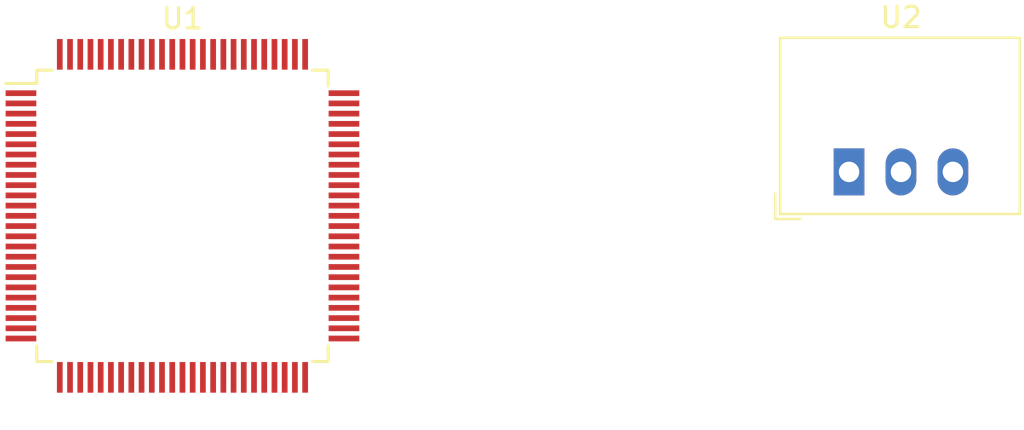
<source format=kicad_pcb>
(kicad_pcb (version 20171130) (host pcbnew 5.0.2-bee76a0~70~ubuntu16.04.1)

  (general
    (thickness 1.6)
    (drawings 0)
    (tracks 0)
    (zones 0)
    (modules 2)
    (nets 101)
  )

  (page A4)
  (layers
    (0 F.Cu signal)
    (31 B.Cu signal hide)
    (32 B.Adhes user)
    (33 F.Adhes user)
    (34 B.Paste user)
    (35 F.Paste user)
    (36 B.SilkS user)
    (37 F.SilkS user)
    (38 B.Mask user)
    (39 F.Mask user)
    (40 Dwgs.User user)
    (41 Cmts.User user)
    (42 Eco1.User user)
    (43 Eco2.User user)
    (44 Edge.Cuts user)
    (45 Margin user)
    (46 B.CrtYd user)
    (47 F.CrtYd user)
    (48 B.Fab user)
    (49 F.Fab user)
  )

  (setup
    (last_trace_width 0.25)
    (trace_clearance 0.2)
    (zone_clearance 0.508)
    (zone_45_only no)
    (trace_min 0.2)
    (segment_width 0.2)
    (edge_width 0.15)
    (via_size 0.8)
    (via_drill 0.4)
    (via_min_size 0.4)
    (via_min_drill 0.3)
    (uvia_size 0.3)
    (uvia_drill 0.1)
    (uvias_allowed no)
    (uvia_min_size 0.2)
    (uvia_min_drill 0.1)
    (pcb_text_width 0.3)
    (pcb_text_size 1.5 1.5)
    (mod_edge_width 0.15)
    (mod_text_size 1 1)
    (mod_text_width 0.15)
    (pad_size 1.524 1.524)
    (pad_drill 0.762)
    (pad_to_mask_clearance 0.051)
    (solder_mask_min_width 0.25)
    (aux_axis_origin 0 0)
    (visible_elements FFFFFF7F)
    (pcbplotparams
      (layerselection 0x010fc_ffffffff)
      (usegerberextensions false)
      (usegerberattributes false)
      (usegerberadvancedattributes false)
      (creategerberjobfile false)
      (excludeedgelayer true)
      (linewidth 0.100000)
      (plotframeref false)
      (viasonmask false)
      (mode 1)
      (useauxorigin false)
      (hpglpennumber 1)
      (hpglpenspeed 20)
      (hpglpendiameter 15.000000)
      (psnegative false)
      (psa4output false)
      (plotreference true)
      (plotvalue true)
      (plotinvisibletext false)
      (padsonsilk false)
      (subtractmaskfromsilk false)
      (outputformat 1)
      (mirror false)
      (drillshape 1)
      (scaleselection 1)
      (outputdirectory ""))
  )

  (net 0 "")
  (net 1 "Net-(U1-Pad1)")
  (net 2 "Net-(U1-Pad2)")
  (net 3 "Net-(U1-Pad3)")
  (net 4 "Net-(U1-Pad4)")
  (net 5 "Net-(U1-Pad5)")
  (net 6 "Net-(U1-Pad6)")
  (net 7 "Net-(U1-Pad7)")
  (net 8 "Net-(U1-Pad8)")
  (net 9 "Net-(U1-Pad9)")
  (net 10 "Net-(U1-Pad10)")
  (net 11 "Net-(U1-Pad11)")
  (net 12 "Net-(U1-Pad12)")
  (net 13 "Net-(U1-Pad13)")
  (net 14 "Net-(U1-Pad14)")
  (net 15 "Net-(U1-Pad15)")
  (net 16 "Net-(U1-Pad16)")
  (net 17 "Net-(U1-Pad17)")
  (net 18 "Net-(U1-Pad18)")
  (net 19 "Net-(U1-Pad19)")
  (net 20 GND)
  (net 21 "Net-(U1-Pad21)")
  (net 22 "Net-(U1-Pad22)")
  (net 23 "Net-(U1-Pad23)")
  (net 24 "Net-(U1-Pad24)")
  (net 25 "Net-(U1-Pad25)")
  (net 26 "Net-(U1-Pad26)")
  (net 27 "Net-(U1-Pad27)")
  (net 28 "Net-(U1-Pad28)")
  (net 29 "Net-(U1-Pad29)")
  (net 30 "Net-(U1-Pad30)")
  (net 31 "Net-(U1-Pad31)")
  (net 32 "Net-(U1-Pad32)")
  (net 33 "Net-(U1-Pad33)")
  (net 34 "Net-(U1-Pad34)")
  (net 35 "Net-(U1-Pad35)")
  (net 36 "Net-(U1-Pad36)")
  (net 37 "Net-(U1-Pad37)")
  (net 38 "Net-(U1-Pad38)")
  (net 39 "Net-(U1-Pad39)")
  (net 40 "Net-(U1-Pad40)")
  (net 41 "Net-(U1-Pad41)")
  (net 42 "Net-(U1-Pad42)")
  (net 43 "Net-(U1-Pad43)")
  (net 44 "Net-(U1-Pad44)")
  (net 45 "Net-(U1-Pad45)")
  (net 46 "Net-(U1-Pad46)")
  (net 47 "Net-(U1-Pad47)")
  (net 48 "Net-(U1-Pad48)")
  (net 49 "Net-(U1-Pad50)")
  (net 50 "Net-(U1-Pad51)")
  (net 51 "Net-(U1-Pad52)")
  (net 52 "Net-(U1-Pad53)")
  (net 53 "Net-(U1-Pad54)")
  (net 54 "Net-(U1-Pad55)")
  (net 55 "Net-(U1-Pad56)")
  (net 56 "Net-(U1-Pad57)")
  (net 57 "Net-(U1-Pad58)")
  (net 58 "Net-(U1-Pad59)")
  (net 59 "Net-(U1-Pad60)")
  (net 60 "Net-(U1-Pad61)")
  (net 61 "Net-(U1-Pad62)")
  (net 62 "Net-(U1-Pad63)")
  (net 63 "Net-(U1-Pad64)")
  (net 64 "Net-(U1-Pad65)")
  (net 65 "Net-(U1-Pad66)")
  (net 66 "Net-(U1-Pad67)")
  (net 67 "Net-(U1-Pad68)")
  (net 68 "Net-(U1-Pad69)")
  (net 69 "Net-(U1-Pad70)")
  (net 70 "Net-(U1-Pad71)")
  (net 71 "Net-(U1-Pad72)")
  (net 72 "Net-(U1-Pad73)")
  (net 73 "Net-(U1-Pad75)")
  (net 74 "Net-(U1-Pad76)")
  (net 75 "Net-(U1-Pad77)")
  (net 76 "Net-(U1-Pad78)")
  (net 77 "Net-(U1-Pad79)")
  (net 78 "Net-(U1-Pad80)")
  (net 79 "Net-(U1-Pad81)")
  (net 80 "Net-(U1-Pad82)")
  (net 81 "Net-(U1-Pad83)")
  (net 82 "Net-(U1-Pad84)")
  (net 83 "Net-(U1-Pad85)")
  (net 84 "Net-(U1-Pad86)")
  (net 85 "Net-(U1-Pad87)")
  (net 86 "Net-(U1-Pad88)")
  (net 87 "Net-(U1-Pad89)")
  (net 88 "Net-(U1-Pad90)")
  (net 89 "Net-(U1-Pad91)")
  (net 90 "Net-(U1-Pad92)")
  (net 91 "Net-(U1-Pad93)")
  (net 92 "Net-(U1-Pad94)")
  (net 93 "Net-(U1-Pad95)")
  (net 94 "Net-(U1-Pad96)")
  (net 95 "Net-(U1-Pad97)")
  (net 96 "Net-(U1-Pad98)")
  (net 97 "Net-(U1-Pad100)")
  (net 98 "Net-(U2-Pad1)")
  (net 99 "Net-(U2-Pad2)")
  (net 100 "Net-(U2-Pad3)")

  (net_class Default "This is the default net class."
    (clearance 0.2)
    (trace_width 0.25)
    (via_dia 0.8)
    (via_drill 0.4)
    (uvia_dia 0.3)
    (uvia_drill 0.1)
    (add_net GND)
    (add_net "Net-(U1-Pad1)")
    (add_net "Net-(U1-Pad10)")
    (add_net "Net-(U1-Pad100)")
    (add_net "Net-(U1-Pad11)")
    (add_net "Net-(U1-Pad12)")
    (add_net "Net-(U1-Pad13)")
    (add_net "Net-(U1-Pad14)")
    (add_net "Net-(U1-Pad15)")
    (add_net "Net-(U1-Pad16)")
    (add_net "Net-(U1-Pad17)")
    (add_net "Net-(U1-Pad18)")
    (add_net "Net-(U1-Pad19)")
    (add_net "Net-(U1-Pad2)")
    (add_net "Net-(U1-Pad21)")
    (add_net "Net-(U1-Pad22)")
    (add_net "Net-(U1-Pad23)")
    (add_net "Net-(U1-Pad24)")
    (add_net "Net-(U1-Pad25)")
    (add_net "Net-(U1-Pad26)")
    (add_net "Net-(U1-Pad27)")
    (add_net "Net-(U1-Pad28)")
    (add_net "Net-(U1-Pad29)")
    (add_net "Net-(U1-Pad3)")
    (add_net "Net-(U1-Pad30)")
    (add_net "Net-(U1-Pad31)")
    (add_net "Net-(U1-Pad32)")
    (add_net "Net-(U1-Pad33)")
    (add_net "Net-(U1-Pad34)")
    (add_net "Net-(U1-Pad35)")
    (add_net "Net-(U1-Pad36)")
    (add_net "Net-(U1-Pad37)")
    (add_net "Net-(U1-Pad38)")
    (add_net "Net-(U1-Pad39)")
    (add_net "Net-(U1-Pad4)")
    (add_net "Net-(U1-Pad40)")
    (add_net "Net-(U1-Pad41)")
    (add_net "Net-(U1-Pad42)")
    (add_net "Net-(U1-Pad43)")
    (add_net "Net-(U1-Pad44)")
    (add_net "Net-(U1-Pad45)")
    (add_net "Net-(U1-Pad46)")
    (add_net "Net-(U1-Pad47)")
    (add_net "Net-(U1-Pad48)")
    (add_net "Net-(U1-Pad5)")
    (add_net "Net-(U1-Pad50)")
    (add_net "Net-(U1-Pad51)")
    (add_net "Net-(U1-Pad52)")
    (add_net "Net-(U1-Pad53)")
    (add_net "Net-(U1-Pad54)")
    (add_net "Net-(U1-Pad55)")
    (add_net "Net-(U1-Pad56)")
    (add_net "Net-(U1-Pad57)")
    (add_net "Net-(U1-Pad58)")
    (add_net "Net-(U1-Pad59)")
    (add_net "Net-(U1-Pad6)")
    (add_net "Net-(U1-Pad60)")
    (add_net "Net-(U1-Pad61)")
    (add_net "Net-(U1-Pad62)")
    (add_net "Net-(U1-Pad63)")
    (add_net "Net-(U1-Pad64)")
    (add_net "Net-(U1-Pad65)")
    (add_net "Net-(U1-Pad66)")
    (add_net "Net-(U1-Pad67)")
    (add_net "Net-(U1-Pad68)")
    (add_net "Net-(U1-Pad69)")
    (add_net "Net-(U1-Pad7)")
    (add_net "Net-(U1-Pad70)")
    (add_net "Net-(U1-Pad71)")
    (add_net "Net-(U1-Pad72)")
    (add_net "Net-(U1-Pad73)")
    (add_net "Net-(U1-Pad75)")
    (add_net "Net-(U1-Pad76)")
    (add_net "Net-(U1-Pad77)")
    (add_net "Net-(U1-Pad78)")
    (add_net "Net-(U1-Pad79)")
    (add_net "Net-(U1-Pad8)")
    (add_net "Net-(U1-Pad80)")
    (add_net "Net-(U1-Pad81)")
    (add_net "Net-(U1-Pad82)")
    (add_net "Net-(U1-Pad83)")
    (add_net "Net-(U1-Pad84)")
    (add_net "Net-(U1-Pad85)")
    (add_net "Net-(U1-Pad86)")
    (add_net "Net-(U1-Pad87)")
    (add_net "Net-(U1-Pad88)")
    (add_net "Net-(U1-Pad89)")
    (add_net "Net-(U1-Pad9)")
    (add_net "Net-(U1-Pad90)")
    (add_net "Net-(U1-Pad91)")
    (add_net "Net-(U1-Pad92)")
    (add_net "Net-(U1-Pad93)")
    (add_net "Net-(U1-Pad94)")
    (add_net "Net-(U1-Pad95)")
    (add_net "Net-(U1-Pad96)")
    (add_net "Net-(U1-Pad97)")
    (add_net "Net-(U1-Pad98)")
    (add_net "Net-(U2-Pad1)")
    (add_net "Net-(U2-Pad2)")
    (add_net "Net-(U2-Pad3)")
  )

  (module Converter_DCDC:Converter_DCDC_RECOM_R-78E-0.5_THT (layer F.Cu) (tedit 5B741BB0) (tstamp 5C243E4E)
    (at 157.101001 76.625001)
    (descr "DCDC-Converter, RECOM, RECOM_R-78E-0.5, SIP-3, pitch 2.54mm, package size 11.6x8.5x10.4mm^3, https://www.recom-power.com/pdf/Innoline/R-78Exx-0.5.pdf")
    (tags "dc-dc recom buck sip-3 pitch 2.54mm")
    (path /5C243B4D/5C243CB2)
    (fp_text reference U2 (at 2.54 -7.56) (layer F.SilkS)
      (effects (font (size 1 1) (thickness 0.15)))
    )
    (fp_text value R-78E3.3-0.5 (at 2.54 3) (layer F.Fab)
      (effects (font (size 1 1) (thickness 0.15)))
    )
    (fp_line (start -3.31 -6.5) (end 8.29 -6.5) (layer F.Fab) (width 0.1))
    (fp_line (start 8.29 -6.5) (end 8.29 2) (layer F.Fab) (width 0.1))
    (fp_line (start 8.29 2) (end -2.31 2) (layer F.Fab) (width 0.1))
    (fp_line (start -2.31 2) (end -3.31 1) (layer F.Fab) (width 0.1))
    (fp_line (start -3.31 1) (end -3.31 -6.5) (layer F.Fab) (width 0.1))
    (fp_line (start -3.371 -6.56) (end 8.35 -6.56) (layer F.SilkS) (width 0.12))
    (fp_line (start -3.371 2.06) (end 8.35 2.06) (layer F.SilkS) (width 0.12))
    (fp_line (start -3.371 -6.56) (end -3.371 2.06) (layer F.SilkS) (width 0.12))
    (fp_line (start 8.35 -6.56) (end 8.35 2.06) (layer F.SilkS) (width 0.12))
    (fp_line (start -3.611 1.06) (end -3.611 2.3) (layer F.SilkS) (width 0.12))
    (fp_line (start -3.611 2.3) (end -2.371 2.3) (layer F.SilkS) (width 0.12))
    (fp_line (start -3.57 -6.75) (end -3.57 2.25) (layer F.CrtYd) (width 0.05))
    (fp_line (start -3.57 2.25) (end 8.54 2.25) (layer F.CrtYd) (width 0.05))
    (fp_line (start 8.54 2.25) (end 8.54 -6.75) (layer F.CrtYd) (width 0.05))
    (fp_line (start 8.54 -6.75) (end -3.57 -6.75) (layer F.CrtYd) (width 0.05))
    (fp_text user %R (at 2.54 -2.25) (layer F.Fab)
      (effects (font (size 1 1) (thickness 0.15)))
    )
    (pad 1 thru_hole rect (at 0 0) (size 1.5 2.3) (drill 1) (layers *.Cu *.Mask)
      (net 98 "Net-(U2-Pad1)"))
    (pad 2 thru_hole oval (at 2.54 0) (size 1.5 2.3) (drill 1) (layers *.Cu *.Mask)
      (net 99 "Net-(U2-Pad2)"))
    (pad 3 thru_hole oval (at 5.08 0) (size 1.5 2.3) (drill 1) (layers *.Cu *.Mask)
      (net 100 "Net-(U2-Pad3)"))
    (model ${KISYS3DMOD}/Converter_DCDC.3dshapes/Converter_DCDC_RECOM_R-78E-0.5_THT.wrl
      (at (xyz 0 0 0))
      (scale (xyz 1 1 1))
      (rotate (xyz 0 0 0))
    )
  )

  (module Package_QFP:LQFP-100_14x14mm_P0.5mm (layer F.Cu) (tedit 5A02F146) (tstamp 5C243E37)
    (at 124.495001 78.775001)
    (descr "LQFP100: plastic low profile quad flat package; 100 leads; body 14 x 14 x 1.4 mm (see NXP sot407-1_po.pdf and sot407-1_fr.pdf)")
    (tags "QFP 0.5")
    (path /5C243A21/5C243AE4)
    (attr smd)
    (fp_text reference U1 (at 0 -9.65) (layer F.SilkS)
      (effects (font (size 1 1) (thickness 0.15)))
    )
    (fp_text value STM32F373VCTx (at 0 9.65) (layer F.Fab)
      (effects (font (size 1 1) (thickness 0.15)))
    )
    (fp_text user %R (at 0 0) (layer F.Fab)
      (effects (font (size 1 1) (thickness 0.15)))
    )
    (fp_line (start -6 -7) (end 7 -7) (layer F.Fab) (width 0.15))
    (fp_line (start 7 -7) (end 7 7) (layer F.Fab) (width 0.15))
    (fp_line (start 7 7) (end -7 7) (layer F.Fab) (width 0.15))
    (fp_line (start -7 7) (end -7 -6) (layer F.Fab) (width 0.15))
    (fp_line (start -7 -6) (end -6 -7) (layer F.Fab) (width 0.15))
    (fp_line (start -8.9 -8.9) (end -8.9 8.9) (layer F.CrtYd) (width 0.05))
    (fp_line (start 8.9 -8.9) (end 8.9 8.9) (layer F.CrtYd) (width 0.05))
    (fp_line (start -8.9 -8.9) (end 8.9 -8.9) (layer F.CrtYd) (width 0.05))
    (fp_line (start -8.9 8.9) (end 8.9 8.9) (layer F.CrtYd) (width 0.05))
    (fp_line (start -7.125 -7.125) (end -7.125 -6.475) (layer F.SilkS) (width 0.15))
    (fp_line (start 7.125 -7.125) (end 7.125 -6.365) (layer F.SilkS) (width 0.15))
    (fp_line (start 7.125 7.125) (end 7.125 6.365) (layer F.SilkS) (width 0.15))
    (fp_line (start -7.125 7.125) (end -7.125 6.365) (layer F.SilkS) (width 0.15))
    (fp_line (start -7.125 -7.125) (end -6.365 -7.125) (layer F.SilkS) (width 0.15))
    (fp_line (start -7.125 7.125) (end -6.365 7.125) (layer F.SilkS) (width 0.15))
    (fp_line (start 7.125 7.125) (end 6.365 7.125) (layer F.SilkS) (width 0.15))
    (fp_line (start 7.125 -7.125) (end 6.365 -7.125) (layer F.SilkS) (width 0.15))
    (fp_line (start -7.125 -6.475) (end -8.65 -6.475) (layer F.SilkS) (width 0.15))
    (pad 1 smd rect (at -7.9 -6) (size 1.5 0.28) (layers F.Cu F.Paste F.Mask)
      (net 1 "Net-(U1-Pad1)"))
    (pad 2 smd rect (at -7.9 -5.5) (size 1.5 0.28) (layers F.Cu F.Paste F.Mask)
      (net 2 "Net-(U1-Pad2)"))
    (pad 3 smd rect (at -7.9 -5) (size 1.5 0.28) (layers F.Cu F.Paste F.Mask)
      (net 3 "Net-(U1-Pad3)"))
    (pad 4 smd rect (at -7.9 -4.5) (size 1.5 0.28) (layers F.Cu F.Paste F.Mask)
      (net 4 "Net-(U1-Pad4)"))
    (pad 5 smd rect (at -7.9 -4) (size 1.5 0.28) (layers F.Cu F.Paste F.Mask)
      (net 5 "Net-(U1-Pad5)"))
    (pad 6 smd rect (at -7.9 -3.5) (size 1.5 0.28) (layers F.Cu F.Paste F.Mask)
      (net 6 "Net-(U1-Pad6)"))
    (pad 7 smd rect (at -7.9 -3) (size 1.5 0.28) (layers F.Cu F.Paste F.Mask)
      (net 7 "Net-(U1-Pad7)"))
    (pad 8 smd rect (at -7.9 -2.5) (size 1.5 0.28) (layers F.Cu F.Paste F.Mask)
      (net 8 "Net-(U1-Pad8)"))
    (pad 9 smd rect (at -7.9 -2) (size 1.5 0.28) (layers F.Cu F.Paste F.Mask)
      (net 9 "Net-(U1-Pad9)"))
    (pad 10 smd rect (at -7.9 -1.5) (size 1.5 0.28) (layers F.Cu F.Paste F.Mask)
      (net 10 "Net-(U1-Pad10)"))
    (pad 11 smd rect (at -7.9 -1) (size 1.5 0.28) (layers F.Cu F.Paste F.Mask)
      (net 11 "Net-(U1-Pad11)"))
    (pad 12 smd rect (at -7.9 -0.5) (size 1.5 0.28) (layers F.Cu F.Paste F.Mask)
      (net 12 "Net-(U1-Pad12)"))
    (pad 13 smd rect (at -7.9 0) (size 1.5 0.28) (layers F.Cu F.Paste F.Mask)
      (net 13 "Net-(U1-Pad13)"))
    (pad 14 smd rect (at -7.9 0.5) (size 1.5 0.28) (layers F.Cu F.Paste F.Mask)
      (net 14 "Net-(U1-Pad14)"))
    (pad 15 smd rect (at -7.9 1) (size 1.5 0.28) (layers F.Cu F.Paste F.Mask)
      (net 15 "Net-(U1-Pad15)"))
    (pad 16 smd rect (at -7.9 1.5) (size 1.5 0.28) (layers F.Cu F.Paste F.Mask)
      (net 16 "Net-(U1-Pad16)"))
    (pad 17 smd rect (at -7.9 2) (size 1.5 0.28) (layers F.Cu F.Paste F.Mask)
      (net 17 "Net-(U1-Pad17)"))
    (pad 18 smd rect (at -7.9 2.5) (size 1.5 0.28) (layers F.Cu F.Paste F.Mask)
      (net 18 "Net-(U1-Pad18)"))
    (pad 19 smd rect (at -7.9 3) (size 1.5 0.28) (layers F.Cu F.Paste F.Mask)
      (net 19 "Net-(U1-Pad19)"))
    (pad 20 smd rect (at -7.9 3.5) (size 1.5 0.28) (layers F.Cu F.Paste F.Mask)
      (net 20 GND))
    (pad 21 smd rect (at -7.9 4) (size 1.5 0.28) (layers F.Cu F.Paste F.Mask)
      (net 21 "Net-(U1-Pad21)"))
    (pad 22 smd rect (at -7.9 4.5) (size 1.5 0.28) (layers F.Cu F.Paste F.Mask)
      (net 22 "Net-(U1-Pad22)"))
    (pad 23 smd rect (at -7.9 5) (size 1.5 0.28) (layers F.Cu F.Paste F.Mask)
      (net 23 "Net-(U1-Pad23)"))
    (pad 24 smd rect (at -7.9 5.5) (size 1.5 0.28) (layers F.Cu F.Paste F.Mask)
      (net 24 "Net-(U1-Pad24)"))
    (pad 25 smd rect (at -7.9 6) (size 1.5 0.28) (layers F.Cu F.Paste F.Mask)
      (net 25 "Net-(U1-Pad25)"))
    (pad 26 smd rect (at -6 7.9 90) (size 1.5 0.28) (layers F.Cu F.Paste F.Mask)
      (net 26 "Net-(U1-Pad26)"))
    (pad 27 smd rect (at -5.5 7.9 90) (size 1.5 0.28) (layers F.Cu F.Paste F.Mask)
      (net 27 "Net-(U1-Pad27)"))
    (pad 28 smd rect (at -5 7.9 90) (size 1.5 0.28) (layers F.Cu F.Paste F.Mask)
      (net 28 "Net-(U1-Pad28)"))
    (pad 29 smd rect (at -4.5 7.9 90) (size 1.5 0.28) (layers F.Cu F.Paste F.Mask)
      (net 29 "Net-(U1-Pad29)"))
    (pad 30 smd rect (at -4 7.9 90) (size 1.5 0.28) (layers F.Cu F.Paste F.Mask)
      (net 30 "Net-(U1-Pad30)"))
    (pad 31 smd rect (at -3.5 7.9 90) (size 1.5 0.28) (layers F.Cu F.Paste F.Mask)
      (net 31 "Net-(U1-Pad31)"))
    (pad 32 smd rect (at -3 7.9 90) (size 1.5 0.28) (layers F.Cu F.Paste F.Mask)
      (net 32 "Net-(U1-Pad32)"))
    (pad 33 smd rect (at -2.5 7.9 90) (size 1.5 0.28) (layers F.Cu F.Paste F.Mask)
      (net 33 "Net-(U1-Pad33)"))
    (pad 34 smd rect (at -2 7.9 90) (size 1.5 0.28) (layers F.Cu F.Paste F.Mask)
      (net 34 "Net-(U1-Pad34)"))
    (pad 35 smd rect (at -1.5 7.9 90) (size 1.5 0.28) (layers F.Cu F.Paste F.Mask)
      (net 35 "Net-(U1-Pad35)"))
    (pad 36 smd rect (at -1 7.9 90) (size 1.5 0.28) (layers F.Cu F.Paste F.Mask)
      (net 36 "Net-(U1-Pad36)"))
    (pad 37 smd rect (at -0.5 7.9 90) (size 1.5 0.28) (layers F.Cu F.Paste F.Mask)
      (net 37 "Net-(U1-Pad37)"))
    (pad 38 smd rect (at 0 7.9 90) (size 1.5 0.28) (layers F.Cu F.Paste F.Mask)
      (net 38 "Net-(U1-Pad38)"))
    (pad 39 smd rect (at 0.5 7.9 90) (size 1.5 0.28) (layers F.Cu F.Paste F.Mask)
      (net 39 "Net-(U1-Pad39)"))
    (pad 40 smd rect (at 1 7.9 90) (size 1.5 0.28) (layers F.Cu F.Paste F.Mask)
      (net 40 "Net-(U1-Pad40)"))
    (pad 41 smd rect (at 1.5 7.9 90) (size 1.5 0.28) (layers F.Cu F.Paste F.Mask)
      (net 41 "Net-(U1-Pad41)"))
    (pad 42 smd rect (at 2 7.9 90) (size 1.5 0.28) (layers F.Cu F.Paste F.Mask)
      (net 42 "Net-(U1-Pad42)"))
    (pad 43 smd rect (at 2.5 7.9 90) (size 1.5 0.28) (layers F.Cu F.Paste F.Mask)
      (net 43 "Net-(U1-Pad43)"))
    (pad 44 smd rect (at 3 7.9 90) (size 1.5 0.28) (layers F.Cu F.Paste F.Mask)
      (net 44 "Net-(U1-Pad44)"))
    (pad 45 smd rect (at 3.5 7.9 90) (size 1.5 0.28) (layers F.Cu F.Paste F.Mask)
      (net 45 "Net-(U1-Pad45)"))
    (pad 46 smd rect (at 4 7.9 90) (size 1.5 0.28) (layers F.Cu F.Paste F.Mask)
      (net 46 "Net-(U1-Pad46)"))
    (pad 47 smd rect (at 4.5 7.9 90) (size 1.5 0.28) (layers F.Cu F.Paste F.Mask)
      (net 47 "Net-(U1-Pad47)"))
    (pad 48 smd rect (at 5 7.9 90) (size 1.5 0.28) (layers F.Cu F.Paste F.Mask)
      (net 48 "Net-(U1-Pad48)"))
    (pad 49 smd rect (at 5.5 7.9 90) (size 1.5 0.28) (layers F.Cu F.Paste F.Mask)
      (net 20 GND))
    (pad 50 smd rect (at 6 7.9 90) (size 1.5 0.28) (layers F.Cu F.Paste F.Mask)
      (net 49 "Net-(U1-Pad50)"))
    (pad 51 smd rect (at 7.9 6) (size 1.5 0.28) (layers F.Cu F.Paste F.Mask)
      (net 50 "Net-(U1-Pad51)"))
    (pad 52 smd rect (at 7.9 5.5) (size 1.5 0.28) (layers F.Cu F.Paste F.Mask)
      (net 51 "Net-(U1-Pad52)"))
    (pad 53 smd rect (at 7.9 5) (size 1.5 0.28) (layers F.Cu F.Paste F.Mask)
      (net 52 "Net-(U1-Pad53)"))
    (pad 54 smd rect (at 7.9 4.5) (size 1.5 0.28) (layers F.Cu F.Paste F.Mask)
      (net 53 "Net-(U1-Pad54)"))
    (pad 55 smd rect (at 7.9 4) (size 1.5 0.28) (layers F.Cu F.Paste F.Mask)
      (net 54 "Net-(U1-Pad55)"))
    (pad 56 smd rect (at 7.9 3.5) (size 1.5 0.28) (layers F.Cu F.Paste F.Mask)
      (net 55 "Net-(U1-Pad56)"))
    (pad 57 smd rect (at 7.9 3) (size 1.5 0.28) (layers F.Cu F.Paste F.Mask)
      (net 56 "Net-(U1-Pad57)"))
    (pad 58 smd rect (at 7.9 2.5) (size 1.5 0.28) (layers F.Cu F.Paste F.Mask)
      (net 57 "Net-(U1-Pad58)"))
    (pad 59 smd rect (at 7.9 2) (size 1.5 0.28) (layers F.Cu F.Paste F.Mask)
      (net 58 "Net-(U1-Pad59)"))
    (pad 60 smd rect (at 7.9 1.5) (size 1.5 0.28) (layers F.Cu F.Paste F.Mask)
      (net 59 "Net-(U1-Pad60)"))
    (pad 61 smd rect (at 7.9 1) (size 1.5 0.28) (layers F.Cu F.Paste F.Mask)
      (net 60 "Net-(U1-Pad61)"))
    (pad 62 smd rect (at 7.9 0.5) (size 1.5 0.28) (layers F.Cu F.Paste F.Mask)
      (net 61 "Net-(U1-Pad62)"))
    (pad 63 smd rect (at 7.9 0) (size 1.5 0.28) (layers F.Cu F.Paste F.Mask)
      (net 62 "Net-(U1-Pad63)"))
    (pad 64 smd rect (at 7.9 -0.5) (size 1.5 0.28) (layers F.Cu F.Paste F.Mask)
      (net 63 "Net-(U1-Pad64)"))
    (pad 65 smd rect (at 7.9 -1) (size 1.5 0.28) (layers F.Cu F.Paste F.Mask)
      (net 64 "Net-(U1-Pad65)"))
    (pad 66 smd rect (at 7.9 -1.5) (size 1.5 0.28) (layers F.Cu F.Paste F.Mask)
      (net 65 "Net-(U1-Pad66)"))
    (pad 67 smd rect (at 7.9 -2) (size 1.5 0.28) (layers F.Cu F.Paste F.Mask)
      (net 66 "Net-(U1-Pad67)"))
    (pad 68 smd rect (at 7.9 -2.5) (size 1.5 0.28) (layers F.Cu F.Paste F.Mask)
      (net 67 "Net-(U1-Pad68)"))
    (pad 69 smd rect (at 7.9 -3) (size 1.5 0.28) (layers F.Cu F.Paste F.Mask)
      (net 68 "Net-(U1-Pad69)"))
    (pad 70 smd rect (at 7.9 -3.5) (size 1.5 0.28) (layers F.Cu F.Paste F.Mask)
      (net 69 "Net-(U1-Pad70)"))
    (pad 71 smd rect (at 7.9 -4) (size 1.5 0.28) (layers F.Cu F.Paste F.Mask)
      (net 70 "Net-(U1-Pad71)"))
    (pad 72 smd rect (at 7.9 -4.5) (size 1.5 0.28) (layers F.Cu F.Paste F.Mask)
      (net 71 "Net-(U1-Pad72)"))
    (pad 73 smd rect (at 7.9 -5) (size 1.5 0.28) (layers F.Cu F.Paste F.Mask)
      (net 72 "Net-(U1-Pad73)"))
    (pad 74 smd rect (at 7.9 -5.5) (size 1.5 0.28) (layers F.Cu F.Paste F.Mask)
      (net 20 GND))
    (pad 75 smd rect (at 7.9 -6) (size 1.5 0.28) (layers F.Cu F.Paste F.Mask)
      (net 73 "Net-(U1-Pad75)"))
    (pad 76 smd rect (at 6 -7.9 90) (size 1.5 0.28) (layers F.Cu F.Paste F.Mask)
      (net 74 "Net-(U1-Pad76)"))
    (pad 77 smd rect (at 5.5 -7.9 90) (size 1.5 0.28) (layers F.Cu F.Paste F.Mask)
      (net 75 "Net-(U1-Pad77)"))
    (pad 78 smd rect (at 5 -7.9 90) (size 1.5 0.28) (layers F.Cu F.Paste F.Mask)
      (net 76 "Net-(U1-Pad78)"))
    (pad 79 smd rect (at 4.5 -7.9 90) (size 1.5 0.28) (layers F.Cu F.Paste F.Mask)
      (net 77 "Net-(U1-Pad79)"))
    (pad 80 smd rect (at 4 -7.9 90) (size 1.5 0.28) (layers F.Cu F.Paste F.Mask)
      (net 78 "Net-(U1-Pad80)"))
    (pad 81 smd rect (at 3.5 -7.9 90) (size 1.5 0.28) (layers F.Cu F.Paste F.Mask)
      (net 79 "Net-(U1-Pad81)"))
    (pad 82 smd rect (at 3 -7.9 90) (size 1.5 0.28) (layers F.Cu F.Paste F.Mask)
      (net 80 "Net-(U1-Pad82)"))
    (pad 83 smd rect (at 2.5 -7.9 90) (size 1.5 0.28) (layers F.Cu F.Paste F.Mask)
      (net 81 "Net-(U1-Pad83)"))
    (pad 84 smd rect (at 2 -7.9 90) (size 1.5 0.28) (layers F.Cu F.Paste F.Mask)
      (net 82 "Net-(U1-Pad84)"))
    (pad 85 smd rect (at 1.5 -7.9 90) (size 1.5 0.28) (layers F.Cu F.Paste F.Mask)
      (net 83 "Net-(U1-Pad85)"))
    (pad 86 smd rect (at 1 -7.9 90) (size 1.5 0.28) (layers F.Cu F.Paste F.Mask)
      (net 84 "Net-(U1-Pad86)"))
    (pad 87 smd rect (at 0.5 -7.9 90) (size 1.5 0.28) (layers F.Cu F.Paste F.Mask)
      (net 85 "Net-(U1-Pad87)"))
    (pad 88 smd rect (at 0 -7.9 90) (size 1.5 0.28) (layers F.Cu F.Paste F.Mask)
      (net 86 "Net-(U1-Pad88)"))
    (pad 89 smd rect (at -0.5 -7.9 90) (size 1.5 0.28) (layers F.Cu F.Paste F.Mask)
      (net 87 "Net-(U1-Pad89)"))
    (pad 90 smd rect (at -1 -7.9 90) (size 1.5 0.28) (layers F.Cu F.Paste F.Mask)
      (net 88 "Net-(U1-Pad90)"))
    (pad 91 smd rect (at -1.5 -7.9 90) (size 1.5 0.28) (layers F.Cu F.Paste F.Mask)
      (net 89 "Net-(U1-Pad91)"))
    (pad 92 smd rect (at -2 -7.9 90) (size 1.5 0.28) (layers F.Cu F.Paste F.Mask)
      (net 90 "Net-(U1-Pad92)"))
    (pad 93 smd rect (at -2.5 -7.9 90) (size 1.5 0.28) (layers F.Cu F.Paste F.Mask)
      (net 91 "Net-(U1-Pad93)"))
    (pad 94 smd rect (at -3 -7.9 90) (size 1.5 0.28) (layers F.Cu F.Paste F.Mask)
      (net 92 "Net-(U1-Pad94)"))
    (pad 95 smd rect (at -3.5 -7.9 90) (size 1.5 0.28) (layers F.Cu F.Paste F.Mask)
      (net 93 "Net-(U1-Pad95)"))
    (pad 96 smd rect (at -4 -7.9 90) (size 1.5 0.28) (layers F.Cu F.Paste F.Mask)
      (net 94 "Net-(U1-Pad96)"))
    (pad 97 smd rect (at -4.5 -7.9 90) (size 1.5 0.28) (layers F.Cu F.Paste F.Mask)
      (net 95 "Net-(U1-Pad97)"))
    (pad 98 smd rect (at -5 -7.9 90) (size 1.5 0.28) (layers F.Cu F.Paste F.Mask)
      (net 96 "Net-(U1-Pad98)"))
    (pad 99 smd rect (at -5.5 -7.9 90) (size 1.5 0.28) (layers F.Cu F.Paste F.Mask)
      (net 20 GND))
    (pad 100 smd rect (at -6 -7.9 90) (size 1.5 0.28) (layers F.Cu F.Paste F.Mask)
      (net 97 "Net-(U1-Pad100)"))
    (model ${KISYS3DMOD}/Package_QFP.3dshapes/LQFP-100_14x14mm_P0.5mm.wrl
      (at (xyz 0 0 0))
      (scale (xyz 1 1 1))
      (rotate (xyz 0 0 0))
    )
  )

)

</source>
